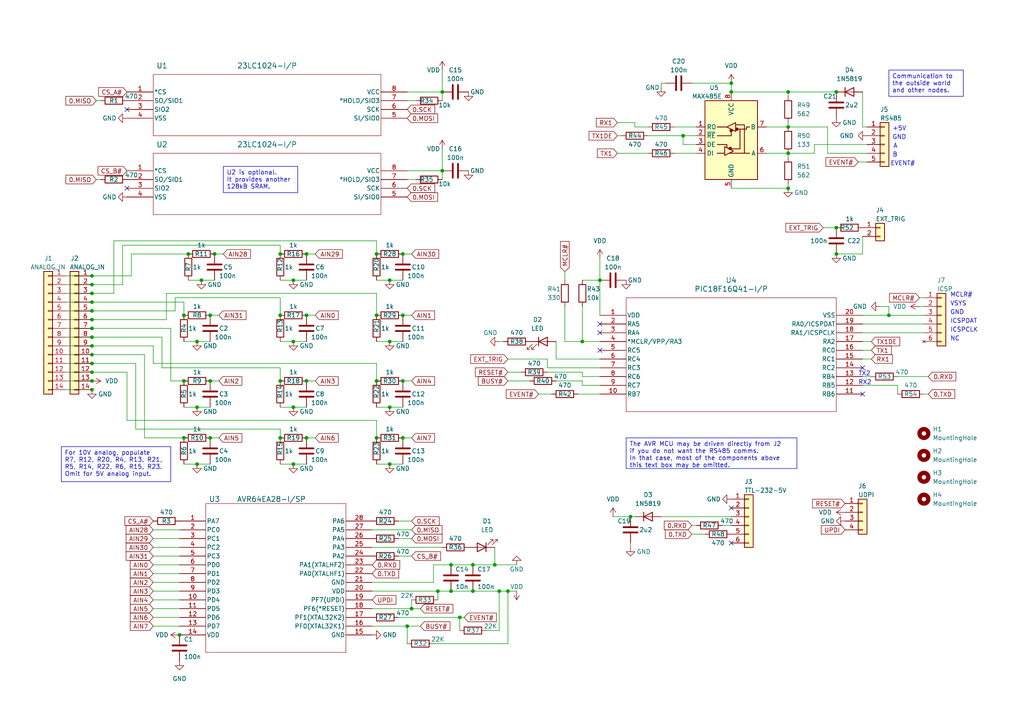
<source format=kicad_sch>
(kicad_sch (version 20230121) (generator eeschema)
  (paper "A4")
  (title_block (title "AVR-EDAQ-NODE-1") (date "2023-12-18") (rev "0.1") (comment 1 "Peter J."))
  (junction (at 109.22 110.49))
  (junction (at 26.67 113.03))
  (junction (at 62.23 73.66))
  (junction (at 119.38 176.53))
  (junction (at 137.16 171.45))
  (junction (at 81.28 127))
  (junction (at 173.99 81.28))
  (junction (at 144.78 171.45))
  (junction (at 26.67 110.49))
  (junction (at 130.81 163.83))
  (junction (at 88.9 110.49))
  (junction (at 228.6 44.45))
  (junction (at 26.67 82.55))
  (junction (at 130.81 171.45))
  (junction (at 85.09 118.11))
  (junction (at 198.12 39.37))
  (junction (at 168.91 99.06))
  (junction (at 81.28 110.49))
  (junction (at 60.96 127))
  (junction (at 26.67 107.95))
  (junction (at 26.67 105.41))
  (junction (at 228.6 54.61))
  (junction (at 26.67 90.17))
  (junction (at 182.88 149.86))
  (junction (at 242.57 66.04))
  (junction (at 88.9 127))
  (junction (at 127 171.45))
  (junction (at 52.07 184.15))
  (junction (at 85.09 99.06))
  (junction (at 85.09 134.62))
  (junction (at 242.57 73.66))
  (junction (at 57.15 118.11))
  (junction (at 26.67 102.87))
  (junction (at 85.09 81.28))
  (junction (at 143.51 163.83))
  (junction (at 133.35 179.07))
  (junction (at 26.67 100.33))
  (junction (at 113.03 81.28))
  (junction (at 81.28 73.66))
  (junction (at 88.9 73.66))
  (junction (at 26.67 97.79))
  (junction (at 228.6 36.83))
  (junction (at 26.67 95.25))
  (junction (at 53.34 127))
  (junction (at 60.96 91.44))
  (junction (at 53.34 110.49))
  (junction (at 60.96 110.49))
  (junction (at 53.34 91.44))
  (junction (at 109.22 91.44))
  (junction (at 116.84 91.44))
  (junction (at 81.28 91.44))
  (junction (at 26.67 85.09))
  (junction (at 147.32 171.45))
  (junction (at 116.84 110.49))
  (junction (at 57.15 134.62))
  (junction (at 57.15 99.06))
  (junction (at 26.67 92.71))
  (junction (at 113.03 99.06))
  (junction (at 128.27 49.53))
  (junction (at 26.67 80.01))
  (junction (at 118.11 181.61))
  (junction (at 88.9 91.44))
  (junction (at 113.03 118.11))
  (junction (at 242.57 26.67))
  (junction (at 228.6 26.67))
  (junction (at 54.61 73.66))
  (junction (at 26.67 87.63))
  (junction (at 116.84 73.66))
  (junction (at 109.22 127))
  (junction (at 58.42 81.28))
  (junction (at 128.27 26.67))
  (junction (at 212.09 26.67))
  (junction (at 212.09 24.13))
  (junction (at 109.22 73.66))
  (junction (at 137.16 163.83))
  (junction (at 116.84 127))
  (junction (at 257.81 91.44))
  (junction (at 113.03 134.62))
  (no_connect (at 173.99 101.6))
  (no_connect (at 173.99 93.98))
  (no_connect (at 250.19 114.3))
  (no_connect (at 36.83 31.75))
  (no_connect (at 212.09 147.32))
  (no_connect (at 212.09 157.48))
  (no_connect (at 173.99 96.52))
  (no_connect (at 250.19 106.68))
  (no_connect (at 36.83 54.61))
  (wire (pts (xy 228.6 26.67) (xy 228.6 27.94)))
  (wire (pts (xy 116.84 127) (xy 119.38 127)))
  (wire (pts (xy 163.83 78.74) (xy 163.83 81.28)))
  (wire (pts (xy 88.9 73.66) (xy 91.44 73.66)))
  (wire (pts (xy 198.12 39.37) (xy 201.93 39.37)))
  (wire (pts (xy 113.03 99.06) (xy 116.84 99.06)))
  (wire (pts (xy 27.94 29.21) (xy 29.21 29.21)))
  (wire (pts (xy 35.56 71.12) (xy 81.28 71.12)))
  (wire (pts (xy 85.09 99.06) (xy 88.9 99.06)))
  (wire (pts (xy 109.22 99.06) (xy 113.03 99.06)))
  (wire (pts (xy 158.75 104.14) (xy 158.75 106.68)))
  (wire (pts (xy 41.91 102.87) (xy 41.91 127)))
  (wire (pts (xy 109.22 105.41) (xy 109.22 110.49)))
  (wire (pts (xy 19.05 92.71) (xy 26.67 92.71)))
  (wire (pts (xy 236.22 44.45) (xy 228.6 44.45)))
  (wire (pts (xy 39.37 124.46) (xy 81.28 124.46)))
  (wire (pts (xy 19.05 107.95) (xy 26.67 107.95)))
  (wire (pts (xy 44.45 181.61) (xy 52.07 181.61)))
  (wire (pts (xy 113.03 134.62) (xy 116.84 134.62)))
  (wire (pts (xy 115.57 179.07) (xy 133.35 179.07)))
  (wire (pts (xy 53.34 118.11) (xy 57.15 118.11)))
  (wire (pts (xy 118.11 181.61) (xy 118.11 186.69)))
  (wire (pts (xy 26.67 87.63) (xy 53.34 87.63)))
  (wire (pts (xy 26.67 80.01) (xy 38.1 80.01)))
  (wire (pts (xy 19.05 113.03) (xy 26.67 113.03)))
  (wire (pts (xy 161.29 104.14) (xy 173.99 104.14)))
  (wire (pts (xy 179.07 35.56) (xy 184.15 35.56)))
  (wire (pts (xy 184.15 35.56) (xy 184.15 36.83)))
  (wire (pts (xy 240.03 44.45) (xy 240.03 36.83)))
  (wire (pts (xy 147.32 171.45) (xy 144.78 171.45)))
  (wire (pts (xy 266.7 88.9) (xy 267.97 88.9)))
  (wire (pts (xy 144.78 171.45) (xy 144.78 182.88)))
  (wire (pts (xy 19.05 97.79) (xy 26.67 97.79)))
  (wire (pts (xy 238.76 66.04) (xy 242.57 66.04)))
  (wire (pts (xy 19.05 110.49) (xy 26.67 110.49)))
  (wire (pts (xy 228.6 35.56) (xy 228.6 36.83)))
  (wire (pts (xy 85.09 118.11) (xy 88.9 118.11)))
  (wire (pts (xy 228.6 36.83) (xy 240.03 36.83)))
  (wire (pts (xy 44.45 166.37) (xy 52.07 166.37)))
  (wire (pts (xy 44.45 156.21) (xy 52.07 156.21)))
  (wire (pts (xy 35.56 82.55) (xy 35.56 71.12)))
  (wire (pts (xy 60.96 110.49) (xy 63.5 110.49)))
  (wire (pts (xy 250.19 91.44) (xy 257.81 91.44)))
  (wire (pts (xy 128.27 43.18) (xy 128.27 49.53)))
  (wire (pts (xy 144.78 182.88) (xy 140.97 182.88)))
  (wire (pts (xy 107.95 181.61) (xy 118.11 181.61)))
  (wire (pts (xy 250.19 109.22) (xy 252.73 109.22)))
  (wire (pts (xy 163.83 88.9) (xy 163.83 99.06)))
  (wire (pts (xy 53.34 134.62) (xy 57.15 134.62)))
  (wire (pts (xy 250.19 73.66) (xy 242.57 73.66)))
  (wire (pts (xy 49.53 95.25) (xy 49.53 110.49)))
  (wire (pts (xy 26.67 85.09) (xy 33.02 85.09)))
  (wire (pts (xy 147.32 110.49) (xy 153.67 110.49)))
  (wire (pts (xy 163.83 99.06) (xy 168.91 99.06)))
  (wire (pts (xy 200.66 154.94) (xy 204.47 154.94)))
  (wire (pts (xy 260.35 111.76) (xy 260.35 114.3)))
  (wire (pts (xy 27.94 52.07) (xy 29.21 52.07)))
  (wire (pts (xy 255.27 88.9) (xy 257.81 88.9)))
  (wire (pts (xy 228.6 44.45) (xy 228.6 45.72)))
  (wire (pts (xy 137.16 171.45) (xy 130.81 171.45)))
  (wire (pts (xy 222.25 36.83) (xy 228.6 36.83)))
  (wire (pts (xy 147.32 104.14) (xy 158.75 104.14)))
  (wire (pts (xy 257.81 91.44) (xy 267.97 91.44)))
  (wire (pts (xy 26.67 97.79) (xy 46.99 97.79)))
  (wire (pts (xy 168.91 107.95) (xy 168.91 109.22)))
  (wire (pts (xy 113.03 118.11) (xy 116.84 118.11)))
  (wire (pts (xy 130.81 171.45) (xy 127 171.45)))
  (wire (pts (xy 119.38 173.99) (xy 119.38 176.53)))
  (wire (pts (xy 167.64 114.3) (xy 173.99 114.3)))
  (wire (pts (xy 177.8 149.86) (xy 182.88 149.86)))
  (wire (pts (xy 57.15 134.62) (xy 60.96 134.62)))
  (wire (pts (xy 212.09 26.67) (xy 228.6 26.67)))
  (wire (pts (xy 228.6 26.67) (xy 242.57 26.67)))
  (wire (pts (xy 168.91 111.76) (xy 173.99 111.76)))
  (wire (pts (xy 128.27 20.32) (xy 128.27 26.67)))
  (wire (pts (xy 121.92 176.53) (xy 119.38 176.53)))
  (wire (pts (xy 125.73 186.69) (xy 147.32 186.69)))
  (wire (pts (xy 187.96 39.37) (xy 198.12 39.37)))
  (wire (pts (xy 26.67 92.71) (xy 48.26 92.71)))
  (wire (pts (xy 168.91 109.22) (xy 173.99 109.22)))
  (wire (pts (xy 118.11 26.67) (xy 128.27 26.67)))
  (wire (pts (xy 81.28 99.06) (xy 85.09 99.06)))
  (wire (pts (xy 53.34 87.63) (xy 53.34 91.44)))
  (wire (pts (xy 49.53 110.49) (xy 53.34 110.49)))
  (wire (pts (xy 85.09 134.62) (xy 88.9 134.62)))
  (wire (pts (xy 19.05 80.01) (xy 26.67 80.01)))
  (wire (pts (xy 156.21 114.3) (xy 160.02 114.3)))
  (wire (pts (xy 250.19 36.83) (xy 250.19 26.67)))
  (wire (pts (xy 130.81 163.83) (xy 137.16 163.83)))
  (wire (pts (xy 26.67 102.87) (xy 41.91 102.87)))
  (wire (pts (xy 118.11 181.61) (xy 121.92 181.61)))
  (wire (pts (xy 267.97 114.3) (xy 269.24 114.3)))
  (wire (pts (xy 266.7 86.36) (xy 267.97 86.36)))
  (wire (pts (xy 109.22 118.11) (xy 113.03 118.11)))
  (wire (pts (xy 81.28 86.36) (xy 81.28 91.44)))
  (wire (pts (xy 88.9 91.44) (xy 91.44 91.44)))
  (wire (pts (xy 26.67 100.33) (xy 44.45 100.33)))
  (wire (pts (xy 158.75 106.68) (xy 173.99 106.68)))
  (wire (pts (xy 44.45 179.07) (xy 52.07 179.07)))
  (wire (pts (xy 19.05 85.09) (xy 26.67 85.09)))
  (wire (pts (xy 19.05 105.41) (xy 26.67 105.41)))
  (wire (pts (xy 212.09 54.61) (xy 228.6 54.61)))
  (wire (pts (xy 195.58 44.45) (xy 201.93 44.45)))
  (wire (pts (xy 260.35 109.22) (xy 269.24 109.22)))
  (wire (pts (xy 168.91 99.06) (xy 173.99 99.06)))
  (wire (pts (xy 41.91 127) (xy 53.34 127)))
  (wire (pts (xy 133.35 179.07) (xy 133.35 182.88)))
  (wire (pts (xy 19.05 100.33) (xy 26.67 100.33)))
  (wire (pts (xy 228.6 53.34) (xy 228.6 54.61)))
  (wire (pts (xy 58.42 81.28) (xy 62.23 81.28)))
  (wire (pts (xy 62.23 73.66) (xy 64.77 73.66)))
  (wire (pts (xy 48.26 85.09) (xy 109.22 85.09)))
  (wire (pts (xy 118.11 29.21) (xy 120.65 29.21)))
  (wire (pts (xy 48.26 92.71) (xy 48.26 85.09)))
  (wire (pts (xy 191.77 149.86) (xy 212.09 149.86)))
  (wire (pts (xy 88.9 127) (xy 91.44 127)))
  (wire (pts (xy 33.02 69.85) (xy 109.22 69.85)))
  (wire (pts (xy 88.9 110.49) (xy 91.44 110.49)))
  (wire (pts (xy 173.99 74.93) (xy 173.99 81.28)))
  (wire (pts (xy 236.22 41.91) (xy 236.22 44.45)))
  (wire (pts (xy 115.57 151.13) (xy 119.38 151.13)))
  (wire (pts (xy 173.99 81.28) (xy 173.99 91.44)))
  (wire (pts (xy 19.05 95.25) (xy 26.67 95.25)))
  (wire (pts (xy 250.19 101.6) (xy 252.73 101.6)))
  (wire (pts (xy 57.15 99.06) (xy 60.96 99.06)))
  (wire (pts (xy 44.45 176.53) (xy 52.07 176.53)))
  (wire (pts (xy 147.32 107.95) (xy 151.13 107.95)))
  (wire (pts (xy 116.84 91.44) (xy 119.38 91.44)))
  (wire (pts (xy 168.91 81.28) (xy 173.99 81.28)))
  (wire (pts (xy 54.61 81.28) (xy 58.42 81.28)))
  (wire (pts (xy 144.78 99.06) (xy 146.05 99.06)))
  (wire (pts (xy 195.58 36.83) (xy 201.93 36.83)))
  (wire (pts (xy 81.28 81.28) (xy 85.09 81.28)))
  (wire (pts (xy 19.05 102.87) (xy 26.67 102.87)))
  (wire (pts (xy 251.46 41.91) (xy 236.22 41.91)))
  (wire (pts (xy 182.88 157.48) (xy 182.88 158.75)))
  (wire (pts (xy 26.67 107.95) (xy 36.83 107.95)))
  (wire (pts (xy 81.28 106.68) (xy 81.28 110.49)))
  (wire (pts (xy 50.8 90.17) (xy 50.8 86.36)))
  (wire (pts (xy 57.15 118.11) (xy 60.96 118.11)))
  (wire (pts (xy 107.95 153.67) (xy 119.38 153.67)))
  (wire (pts (xy 168.91 110.49) (xy 168.91 111.76)))
  (wire (pts (xy 26.67 95.25) (xy 49.53 95.25)))
  (wire (pts (xy 228.6 44.45) (xy 222.25 44.45)))
  (wire (pts (xy 118.11 49.53) (xy 128.27 49.53)))
  (wire (pts (xy 119.38 176.53) (xy 107.95 176.53)))
  (wire (pts (xy 44.45 158.75) (xy 52.07 158.75)))
  (wire (pts (xy 128.27 158.75) (xy 107.95 158.75)))
  (wire (pts (xy 143.51 163.83) (xy 149.86 163.83)))
  (wire (pts (xy 115.57 156.21) (xy 119.38 156.21)))
  (wire (pts (xy 250.19 111.76) (xy 260.35 111.76)))
  (wire (pts (xy 161.29 99.06) (xy 161.29 104.14)))
  (wire (pts (xy 125.73 163.83) (xy 130.81 163.83)))
  (wire (pts (xy 137.16 163.83) (xy 143.51 163.83)))
  (wire (pts (xy 161.29 110.49) (xy 168.91 110.49)))
  (wire (pts (xy 198.12 41.91) (xy 198.12 39.37)))
  (wire (pts (xy 212.09 24.13) (xy 212.09 26.67)))
  (wire (pts (xy 44.45 105.41) (xy 109.22 105.41)))
  (wire (pts (xy 38.1 80.01) (xy 38.1 73.66)))
  (wire (pts (xy 44.45 153.67) (xy 52.07 153.67)))
  (wire (pts (xy 60.96 127) (xy 63.5 127)))
  (wire (pts (xy 26.67 82.55) (xy 35.56 82.55)))
  (wire (pts (xy 144.78 171.45) (xy 137.16 171.45)))
  (wire (pts (xy 115.57 161.29) (xy 119.38 161.29)))
  (wire (pts (xy 128.27 26.67) (xy 128.27 29.21)))
  (wire (pts (xy 200.66 24.13) (xy 212.09 24.13)))
  (wire (pts (xy 193.04 24.13) (xy 191.77 24.13)))
  (wire (pts (xy 248.92 46.99) (xy 251.46 46.99)))
  (wire (pts (xy 251.46 36.83) (xy 250.19 36.83)))
  (wire (pts (xy 257.81 88.9) (xy 257.81 91.44)))
  (wire (pts (xy 36.83 121.92) (xy 109.22 121.92)))
  (wire (pts (xy 109.22 69.85) (xy 109.22 73.66)))
  (wire (pts (xy 191.77 24.13) (xy 191.77 25.4)))
  (wire (pts (xy 44.45 168.91) (xy 52.07 168.91)))
  (wire (pts (xy 128.27 49.53) (xy 128.27 52.07)))
  (wire (pts (xy 107.95 171.45) (xy 127 171.45)))
  (wire (pts (xy 182.88 149.86) (xy 184.15 149.86)))
  (wire (pts (xy 127 171.45) (xy 127 173.99)))
  (wire (pts (xy 53.34 99.06) (xy 57.15 99.06)))
  (wire (pts (xy 38.1 73.66) (xy 54.61 73.66)))
  (wire (pts (xy 19.05 90.17) (xy 26.67 90.17)))
  (wire (pts (xy 33.02 85.09) (xy 33.02 69.85)))
  (wire (pts (xy 158.75 107.95) (xy 168.91 107.95)))
  (wire (pts (xy 19.05 87.63) (xy 26.67 87.63)))
  (wire (pts (xy 250.19 93.98) (xy 267.97 93.98)))
  (wire (pts (xy 81.28 124.46) (xy 81.28 127)))
  (wire (pts (xy 116.84 110.49) (xy 119.38 110.49)))
  (wire (pts (xy 44.45 161.29) (xy 52.07 161.29)))
  (wire (pts (xy 250.19 96.52) (xy 267.97 96.52)))
  (wire (pts (xy 109.22 81.28) (xy 113.03 81.28)))
  (wire (pts (xy 44.45 173.99) (xy 52.07 173.99)))
  (wire (pts (xy 116.84 73.66) (xy 119.38 73.66)))
  (wire (pts (xy 26.67 105.41) (xy 39.37 105.41)))
  (wire (pts (xy 109.22 121.92) (xy 109.22 127)))
  (wire (pts (xy 201.93 41.91) (xy 198.12 41.91)))
  (wire (pts (xy 109.22 85.09) (xy 109.22 91.44)))
  (wire (pts (xy 133.35 179.07) (xy 134.62 179.07)))
  (wire (pts (xy 81.28 118.11) (xy 85.09 118.11)))
  (wire (pts (xy 81.28 71.12) (xy 81.28 73.66)))
  (wire (pts (xy 113.03 81.28) (xy 116.84 81.28)))
  (wire (pts (xy 143.51 158.75) (xy 143.51 163.83)))
  (wire (pts (xy 109.22 134.62) (xy 113.03 134.62)))
  (wire (pts (xy 46.99 106.68) (xy 81.28 106.68)))
  (wire (pts (xy 250.19 68.58) (xy 250.19 73.66)))
  (wire (pts (xy 81.28 134.62) (xy 85.09 134.62)))
  (wire (pts (xy 179.07 44.45) (xy 187.96 44.45)))
  (wire (pts (xy 44.45 163.83) (xy 52.07 163.83)))
  (wire (pts (xy 209.55 152.4) (xy 212.09 152.4)))
  (wire (pts (xy 26.67 90.17) (xy 50.8 90.17)))
  (wire (pts (xy 50.8 86.36) (xy 81.28 86.36)))
  (wire (pts (xy 240.03 44.45) (xy 251.46 44.45)))
  (wire (pts (xy 250.19 99.06) (xy 252.73 99.06)))
  (wire (pts (xy 250.19 104.14) (xy 252.73 104.14)))
  (wire (pts (xy 46.99 97.79) (xy 46.99 106.68)))
  (wire (pts (xy 184.15 36.83) (xy 187.96 36.83)))
  (wire (pts (xy 149.86 171.45) (xy 147.32 171.45)))
  (wire (pts (xy 19.05 82.55) (xy 26.67 82.55)))
  (wire (pts (xy 44.45 100.33) (xy 44.45 105.41)))
  (wire (pts (xy 125.73 163.83) (xy 125.73 168.91)))
  (wire (pts (xy 168.91 88.9) (xy 168.91 99.06)))
  (wire (pts (xy 39.37 105.41) (xy 39.37 124.46)))
  (wire (pts (xy 44.45 171.45) (xy 52.07 171.45)))
  (wire (pts (xy 118.11 52.07) (xy 120.65 52.07)))
  (wire (pts (xy 60.96 91.44) (xy 63.5 91.44)))
  (wire (pts (xy 179.07 39.37) (xy 180.34 39.37)))
  (wire (pts (xy 85.09 81.28) (xy 88.9 81.28)))
  (wire (pts (xy 125.73 168.91) (xy 107.95 168.91)))
  (wire (pts (xy 147.32 186.69) (xy 147.32 171.45)))
  (wire (pts (xy 36.83 107.95) (xy 36.83 121.92)))
  (wire (pts (xy 200.66 152.4) (xy 201.93 152.4)))
  (text_box "The AVR MCU may be driven directly from J2\nif you do not want the RS485 comms.\nIn that case, most of the components above\nthis text box may be omitted." (at 181.61 127 0) (size 49.53 8.89) (effects (font (size 1.27 1.27)) (justify left top)))
  (text_box "U2 is optional.\nIt provides another\n128kB SRAM." (at 64.77 48.26 0) (size 21.59 7.62) (effects (font (size 1.27 1.27)) (justify left top)))
  (text_box "Communication to\nthe outside world\nand other nodes." (at 257.81 20.32 0) (size 21.59 7.62) (effects (font (size 1.27 1.27)) (justify left top)))
  (text_box "For 10V analog, populate\nR7, R12, R20, R4, R13, R21,\nR5, R14, R22, R6, R15, R23.\nOmit for 5V analog input." (at 17.78 129.54 0) (size 31.75 10.16) (effects (font (size 1.27 1.27)) (justify left top)))
  (text "A" (at 260.35 43.18 0) (effects (font (size 1.27 1.27)) (justify right bottom)))
  (text "MCLR#" (at 275.59 86.36 0) (effects (font (size 1.27 1.27)) (justify left bottom)))
  (text "ICSPDAT" (at 275.59 93.98 0) (effects (font (size 1.27 1.27)) (justify left bottom)))
  (text "VSYS\n" (at 275.59 88.9 0) (effects (font (size 1.27 1.27)) (justify left bottom)))
  (text "+5V" (at 262.89 38.1 0) (effects (font (size 1.27 1.27)) (justify right bottom)))
  (text "B" (at 260.35 45.72 0) (effects (font (size 1.27 1.27)) (justify right bottom)))
  (text "RX2" (at 248.92 111.76 0) (effects (font (size 1.27 1.27)) (justify left bottom)))
  (text "NC" (at 275.59 99.06 0) (effects (font (size 1.27 1.27)) (justify left bottom)))
  (text "TX2" (at 248.92 109.22 0) (effects (font (size 1.27 1.27)) (justify left bottom)))
  (text "GND" (at 262.89 40.64 0) (effects (font (size 1.27 1.27)) (justify right bottom)))
  (text "GND" (at 275.59 91.44 0) (effects (font (size 1.27 1.27)) (justify left bottom)))
  (text "ICSPCLK" (at 275.59 96.52 0) (effects (font (size 1.27 1.27)) (justify left bottom)))
  (text "EVENT#" (at 265.43 48.26 0) (effects (font (size 1.27 1.27)) (justify right bottom)))
  (global_label "TX1DE" (shape input) (at 179.07 39.37 180) (property "Intersheetrefs" "${INTERSHEET_REFS}" (effects hide)))
  (global_label "AIN3" (shape input) (at 44.45 171.45 180) (property "Intersheetrefs" "${INTERSHEET_REFS}" (effects hide)))
  (global_label "AIN5" (shape input) (at 44.45 176.53 180) (property "Intersheetrefs" "${INTERSHEET_REFS}" (effects hide)))
  (global_label "EVENT#" (shape input) (at 156.21 114.3 180) (property "Intersheetrefs" "${INTERSHEET_REFS}" (effects hide)))
  (global_label "AIN30" (shape input) (at 119.38 73.66 0) (property "Intersheetrefs" "${INTERSHEET_REFS}" (effects hide)))
  (global_label "AIN28" (shape input) (at 64.77 73.66 0) (property "Intersheetrefs" "${INTERSHEET_REFS}" (effects hide)))
  (global_label "AIN6" (shape input) (at 44.45 179.07 180) (property "Intersheetrefs" "${INTERSHEET_REFS}" (effects hide)))
  (global_label "BUSY#" (shape input) (at 147.32 110.49 180) (property "Intersheetrefs" "${INTERSHEET_REFS}" (effects hide)))
  (global_label "MCLR#" (shape input) (at 266.7 86.36 180) (property "Intersheetrefs" "${INTERSHEET_REFS}" (effects hide)))
  (global_label "0.MISO" (shape input) (at 27.94 29.21 180) (property "Intersheetrefs" "${INTERSHEET_REFS}" (effects hide)))
  (global_label "EXT_TRIG" (shape input) (at 238.76 66.04 180) (property "Intersheetrefs" "${INTERSHEET_REFS}" (effects hide)))
  (global_label "AIN1" (shape input) (at 44.45 166.37 180) (property "Intersheetrefs" "${INTERSHEET_REFS}" (effects hide)))
  (global_label "UPDI" (shape input) (at 245.11 153.67 180) (property "Intersheetrefs" "${INTERSHEET_REFS}" (effects hide)))
  (global_label "CS_B#" (shape input) (at 119.38 161.29 0) (property "Intersheetrefs" "${INTERSHEET_REFS}" (effects hide)))
  (global_label "0.MISO" (shape input) (at 119.38 153.67 0) (property "Intersheetrefs" "${INTERSHEET_REFS}" (effects hide)))
  (global_label "AIN2" (shape input) (at 44.45 168.91 180) (property "Intersheetrefs" "${INTERSHEET_REFS}" (effects hide)))
  (global_label "AIN5" (shape input) (at 63.5 127 0) (property "Intersheetrefs" "${INTERSHEET_REFS}" (effects hide)))
  (global_label "TX1" (shape input) (at 252.73 101.6 0) (property "Intersheetrefs" "${INTERSHEET_REFS}" (effects hide)))
  (global_label "CS_B#" (shape input) (at 36.83 49.53 180) (property "Intersheetrefs" "${INTERSHEET_REFS}" (effects hide)))
  (global_label "AIN7" (shape input) (at 44.45 181.61 180) (property "Intersheetrefs" "${INTERSHEET_REFS}" (effects hide)))
  (global_label "TX1" (shape input) (at 179.07 44.45 180) (property "Intersheetrefs" "${INTERSHEET_REFS}" (effects hide)))
  (global_label "0.RXD" (shape input) (at 107.95 163.83 0) (property "Intersheetrefs" "${INTERSHEET_REFS}" (effects hide)))
  (global_label "AIN0" (shape input) (at 91.44 91.44 0) (property "Intersheetrefs" "${INTERSHEET_REFS}" (effects hide)))
  (global_label "MCLR#" (shape input) (at 163.83 78.74 90) (property "Intersheetrefs" "${INTERSHEET_REFS}" (effects hide)))
  (global_label "EVENT#" (shape input) (at 134.62 179.07 0) (property "Intersheetrefs" "${INTERSHEET_REFS}" (effects hide)))
  (global_label "RESET#" (shape input) (at 245.11 146.05 180) (property "Intersheetrefs" "${INTERSHEET_REFS}" (effects hide)))
  (global_label "AIN30" (shape input) (at 44.45 158.75 180) (property "Intersheetrefs" "${INTERSHEET_REFS}" (effects hide)))
  (global_label "AIN28" (shape input) (at 44.45 153.67 180) (property "Intersheetrefs" "${INTERSHEET_REFS}" (effects hide)))
  (global_label "BUSY#" (shape input) (at 121.92 181.61 0) (property "Intersheetrefs" "${INTERSHEET_REFS}" (effects hide)))
  (global_label "RX1" (shape input) (at 252.73 104.14 0) (property "Intersheetrefs" "${INTERSHEET_REFS}" (effects hide)))
  (global_label "TX1DE" (shape input) (at 252.73 99.06 0) (property "Intersheetrefs" "${INTERSHEET_REFS}" (effects hide)))
  (global_label "AIN3" (shape input) (at 91.44 110.49 0) (property "Intersheetrefs" "${INTERSHEET_REFS}" (effects hide)))
  (global_label "0.MOSI" (shape input) (at 119.38 156.21 0) (property "Intersheetrefs" "${INTERSHEET_REFS}" (effects hide)))
  (global_label "AIN7" (shape input) (at 119.38 127 0) (property "Intersheetrefs" "${INTERSHEET_REFS}" (effects hide)))
  (global_label "AIN6" (shape input) (at 91.44 127 0) (property "Intersheetrefs" "${INTERSHEET_REFS}" (effects hide)))
  (global_label "AIN1" (shape input) (at 119.38 91.44 0) (property "Intersheetrefs" "${INTERSHEET_REFS}" (effects hide)))
  (global_label "AIN0" (shape input) (at 44.45 163.83 180) (property "Intersheetrefs" "${INTERSHEET_REFS}" (effects hide)))
  (global_label "RX1" (shape input) (at 179.07 35.56 180) (property "Intersheetrefs" "${INTERSHEET_REFS}" (effects hide)))
  (global_label "0.TXD" (shape input) (at 269.24 114.3 0) (property "Intersheetrefs" "${INTERSHEET_REFS}" (effects hide)))
  (global_label "CS_A#" (shape input) (at 44.45 151.13 180) (property "Intersheetrefs" "${INTERSHEET_REFS}" (effects hide)))
  (global_label "EXT_TRIG" (shape input) (at 147.32 104.14 180) (property "Intersheetrefs" "${INTERSHEET_REFS}" (effects hide)))
  (global_label "AIN31" (shape input) (at 63.5 91.44 0) (property "Intersheetrefs" "${INTERSHEET_REFS}" (effects hide)))
  (global_label "UPDI" (shape input) (at 107.95 173.99 0) (property "Intersheetrefs" "${INTERSHEET_REFS}" (effects hide)))
  (global_label "AIN2" (shape input) (at 63.5 110.49 0) (property "Intersheetrefs" "${INTERSHEET_REFS}" (effects hide)))
  (global_label "0.RXD" (shape input) (at 269.24 109.22 0) (property "Intersheetrefs" "${INTERSHEET_REFS}" (effects hide)))
  (global_label "AIN29" (shape input) (at 91.44 73.66 0) (property "Intersheetrefs" "${INTERSHEET_REFS}" (effects hide)))
  (global_label "0.SCK" (shape input) (at 119.38 151.13 0) (property "Intersheetrefs" "${INTERSHEET_REFS}" (effects hide)))
  (global_label "0.MOSI" (shape input) (at 118.11 34.29 0) (property "Intersheetrefs" "${INTERSHEET_REFS}" (effects hide)))
  (global_label "0.RXD" (shape input) (at 200.66 152.4 180) (property "Intersheetrefs" "${INTERSHEET_REFS}" (effects hide)))
  (global_label "RESET#" (shape input) (at 147.32 107.95 180) (property "Intersheetrefs" "${INTERSHEET_REFS}" (effects hide)))
  (global_label "0.TXD" (shape input) (at 200.66 154.94 180) (property "Intersheetrefs" "${INTERSHEET_REFS}" (effects hide)))
  (global_label "AIN4" (shape input) (at 44.45 173.99 180) (property "Intersheetrefs" "${INTERSHEET_REFS}" (effects hide)))
  (global_label "EVENT#" (shape input) (at 248.92 46.99 180) (property "Intersheetrefs" "${INTERSHEET_REFS}" (effects hide)))
  (global_label "CS_A#" (shape input) (at 36.83 26.67 180) (property "Intersheetrefs" "${INTERSHEET_REFS}" (effects hide)))
  (global_label "0.SCK" (shape input) (at 118.11 31.75 0) (property "Intersheetrefs" "${INTERSHEET_REFS}" (effects hide)))
  (global_label "0.SCK" (shape input) (at 118.11 54.61 0) (property "Intersheetrefs" "${INTERSHEET_REFS}" (effects hide)))
  (global_label "AIN31" (shape input) (at 44.45 161.29 180) (property "Intersheetrefs" "${INTERSHEET_REFS}" (effects hide)))
  (global_label "AIN4" (shape input) (at 119.38 110.49 0) (property "Intersheetrefs" "${INTERSHEET_REFS}" (effects hide)))
  (global_label "RESET#" (shape input) (at 121.92 176.53 0) (property "Intersheetrefs" "${INTERSHEET_REFS}" (effects hide)))
  (global_label "0.TXD" (shape input) (at 107.95 166.37 0) (property "Intersheetrefs" "${INTERSHEET_REFS}" (effects hide)))
  (global_label "AIN29" (shape input) (at 44.45 156.21 180) (property "Intersheetrefs" "${INTERSHEET_REFS}" (effects hide)))
  (global_label "0.MISO" (shape input) (at 27.94 52.07 180) (property "Intersheetrefs" "${INTERSHEET_REFS}" (effects hide)))
  (global_label "0.MOSI" (shape input) (at 118.11 57.15 0) (property "Intersheetrefs" "${INTERSHEET_REFS}" (effects hide)))
  (symbol (lib_id "power:VDD") (at 245.11 148.59 90) (unit 1)
    (property "Reference" "#PWR038" (effects hide))
    (property "Value" "VDD" (at 241.3 148.59 90) (effects (justify left)))
  )
  (symbol (lib_name "R_1") (lib_id "Device:R") (at 113.03 73.66 90) (unit 1)
    (property "Reference" "R28" (at 113.03 73.66 90))
    (property "Value" "1k" (at 113.03 71.12 90))
    (property "Footprint" "Resistor_THT:R_Axial_DIN0207_L6.3mm_D2.5mm_P10.16mm_Horizontal" (effects hide))
  )
  (symbol (lib_id "power:GND") (at 85.09 81.28 0) (unit 1)
    (property "Reference" "#PWR011" (effects hide))
    (property "Value" "GND" (at 88.9 82.55 0))
  )
  (symbol (lib_id "Device:R") (at 256.54 109.22 90) (unit 1)
    (property "Reference" "R53" (at 256.54 109.22 90))
    (property "Value" "470" (at 261.62 107.95 90))
    (property "Footprint" "Resistor_THT:R_Axial_DIN0207_L6.3mm_D2.5mm_P10.16mm_Horizontal" (effects hide))
  )
  (symbol (lib_id "power:VDD") (at 128.27 20.32 0) (unit 1)
    (property "Reference" "#PWR020" (effects hide))
    (property "Value" "VDD" (at 125.73 20.32 0))
  )
  (symbol (lib_name "R_1") (lib_id "Device:R") (at 81.28 114.3 0) (unit 1)
    (property "Reference" "R14" (at 81.28 115.57 90) (effects (justify left)))
    (property "Value" "1k" (at 82.55 114.3 0) (effects (justify left)))
    (property "Footprint" "Resistor_THT:R_Axial_DIN0207_L6.3mm_D2.5mm_P10.16mm_Horizontal" (effects hide))
  )
  (symbol (lib_id "Device:R") (at 154.94 107.95 90) (unit 1)
    (property "Reference" "R39" (at 154.94 107.95 90))
    (property "Value" "470" (at 154.94 105.41 90))
    (property "Footprint" "Resistor_THT:R_Axial_DIN0207_L6.3mm_D2.5mm_P10.16mm_Horizontal" (effects hide))
  )
  (symbol (lib_name "R_1") (lib_id "Device:R") (at 113.03 110.49 90) (unit 1)
    (property "Reference" "R30" (at 113.03 110.49 90))
    (property "Value" "1k" (at 113.03 107.95 90))
    (property "Footprint" "Resistor_THT:R_Axial_DIN0207_L6.3mm_D2.5mm_P10.16mm_Horizontal" (effects hide))
  )
  (symbol (lib_name "R_1") (lib_id "Device:R") (at 109.22 77.47 0) (unit 1)
    (property "Reference" "R20" (at 109.22 78.74 90) (effects (justify left)))
    (property "Value" "1k" (at 110.49 77.47 0) (effects (justify left)))
    (property "Footprint" "Resistor_THT:R_Axial_DIN0207_L6.3mm_D2.5mm_P10.16mm_Horizontal" (effects hide))
  )
  (symbol (lib_id "power:GND") (at 52.07 191.77 0) (unit 1)
    (property "Reference" "#PWR06" (effects hide))
    (property "Value" "GND" (at 52.07 196.85 0))
  )
  (symbol (lib_name "C_1") (lib_id "Device:C") (at 132.08 49.53 90) (unit 1)
    (property "Reference" "C16" (at 132.08 43.18 90))
    (property "Value" "100n" (at 132.08 45.72 90))
    (property "Footprint" "Capacitor_THT:C_Disc_D4.7mm_W2.5mm_P5.00mm" (effects hide))
  )
  (symbol (lib_name "R_1") (lib_id "Device:R") (at 81.28 95.25 0) (unit 1)
    (property "Reference" "R13" (at 81.28 96.52 90) (effects (justify left)))
    (property "Value" "1k" (at 82.55 95.25 0) (effects (justify left)))
    (property "Footprint" "Resistor_THT:R_Axial_DIN0207_L6.3mm_D2.5mm_P10.16mm_Horizontal" (effects hide))
  )
  (symbol (lib_name "R_7") (lib_id "Device:R") (at 123.19 173.99 90) (unit 1)
    (property "Reference" "R33" (at 123.19 173.99 90))
    (property "Value" "22K" (at 118.11 172.72 90))
    (property "Footprint" "Resistor_THT:R_Axial_DIN0207_L6.3mm_D2.5mm_P10.16mm_Horizontal" (effects hide))
  )
  (symbol (lib_name "R_5") (lib_id "Device:R") (at 163.83 85.09 180) (unit 1)
    (property "Reference" "R41" (at 158.75 83.82 0) (effects (justify right)))
    (property "Value" "330" (at 158.75 86.36 0) (effects (justify right)))
    (property "Footprint" "Resistor_THT:R_Axial_DIN0207_L6.3mm_D2.5mm_P10.16mm_Horizontal" (effects hide))
  )
  (symbol (lib_name "R_1") (lib_id "Device:R") (at 57.15 91.44 90) (unit 1)
    (property "Reference" "R8" (at 57.15 91.44 90))
    (property "Value" "1k" (at 57.15 88.9 90))
    (property "Footprint" "Resistor_THT:R_Axial_DIN0207_L6.3mm_D2.5mm_P10.16mm_Horizontal" (effects hide))
  )
  (symbol (lib_id "Mechanical:MountingHole") (at 267.97 138.43 0) (unit 1)
    (property "Reference" "H3" (at 270.51 137.16 0) (effects (justify left)))
    (property "Value" "MountingHole" (at 270.51 139.7 0) (effects (justify left)))
    (property "Footprint" "MountingHole:MountingHole_3.2mm_M3" (effects hide))
  )
  (symbol (lib_id "power:GND") (at 242.57 73.66 0) (unit 1)
    (property "Reference" "#PWR036" (effects hide))
    (property "Value" "GND" (at 246.38 74.93 0))
  )
  (symbol (lib_name "R_1") (lib_id "Device:R") (at 85.09 110.49 90) (unit 1)
    (property "Reference" "R18" (at 85.09 110.49 90))
    (property "Value" "1k" (at 85.09 107.95 90))
    (property "Footprint" "Resistor_THT:R_Axial_DIN0207_L6.3mm_D2.5mm_P10.16mm_Horizontal" (effects hide))
  )
  (symbol (lib_id "power:GND") (at 113.03 99.06 0) (unit 1)
    (property "Reference" "#PWR017" (effects hide))
    (property "Value" "GND" (at 116.84 100.33 0))
  )
  (symbol (lib_name "C_3") (lib_id "Device:C") (at 242.57 30.48 0) (unit 1)
    (property "Reference" "C21" (at 238.76 27.94 0) (effects (justify left)))
    (property "Value" "2u2" (at 245.11 30.48 0) (effects (justify left)))
    (property "Footprint" "Capacitor_THT:C_Disc_D4.7mm_W2.5mm_P5.00mm" (effects hide))
  )
  (symbol (lib_id "Device:R") (at 149.86 99.06 90) (unit 1)
    (property "Reference" "R38" (at 149.86 99.06 90))
    (property "Value" "470" (at 149.86 96.52 90))
    (property "Footprint" "Resistor_THT:R_Axial_DIN0207_L6.3mm_D2.5mm_P10.16mm_Horizontal" (effects hide))
  )
  (symbol (lib_id "New_Library:PIC18F16Q41-I_P") (at 173.99 91.44 0) (unit 1)
    (property "Reference" "U4" (at 212.09 81.28 0) (effects (font (size 1.524 1.524))))
    (property "Value" "PIC18F16Q41-I/P" (at 212.09 83.82 0) (effects (font (size 1.524 1.524))))
    (property "Footprint" "Package_DIP:DIP-20_W7.62mm" (effects hide))
    (property "Datasheet" "PIC18F16Q41-I/P" (effects hide))
  )
  (symbol (lib_id "power:GND") (at 251.46 39.37 270) (unit 1)
    (property "Reference" "#PWR037" (effects hide))
    (property "Value" "GND" (at 247.65 39.37 90) (effects (justify right)))
  )
  (symbol (lib_id "power:GND") (at 113.03 118.11 0) (unit 1)
    (property "Reference" "#PWR018" (effects hide))
    (property "Value" "GND" (at 116.84 119.38 0))
  )
  (symbol (lib_id "Device:C") (at 116.84 77.47 0) (unit 1)
    (property "Reference" "C10" (at 119.38 77.47 0) (effects (justify left)))
    (property "Value" "100n" (at 118.11 80.01 0) (effects (justify left)))
    (property "Footprint" "Capacitor_THT:C_Disc_D4.7mm_W2.5mm_P5.00mm" (effects hide))
  )
  (symbol (lib_name "1N4001_1") (lib_id "Diode:1N4001") (at 246.38 26.67 0) (unit 1)
    (property "Reference" "D4" (at 246.38 20.32 0))
    (property "Value" "1N5819" (at 246.38 22.86 0))
    (property "Footprint" "Diode_THT:D_DO-41_SOD81_P10.16mm_Horizontal" (effects hide))
    (property "Datasheet" "http://www.vishay.com/docs/88503/1n4001.pdf" (effects hide))
    (property "Sim.Device" "D" (effects hide))
    (property "Sim.Pins" "1=K 2=A" (effects hide))
  )
  (symbol (lib_id "Device:R") (at 33.02 52.07 90) (unit 1)
    (property "Reference" "R2" (at 33.02 52.07 90))
    (property "Value" "470" (at 38.1 50.8 90))
    (property "Footprint" "Resistor_THT:R_Axial_DIN0207_L6.3mm_D2.5mm_P10.16mm_Horizontal" (effects hide))
  )
  (symbol (lib_id "Device:R") (at 157.48 110.49 90) (unit 1)
    (property "Reference" "R40" (at 157.48 110.49 90))
    (property "Value" "470" (at 162.56 109.22 90))
    (property "Footprint" "Resistor_THT:R_Axial_DIN0207_L6.3mm_D2.5mm_P10.16mm_Horizontal" (effects hide))
  )
  (symbol (lib_id "Device:LED") (at 139.7 158.75 180) (unit 1)
    (property "Reference" "D1" (at 141.2875 151.13 0))
    (property "Value" "LED" (at 141.2875 153.67 0))
    (property "Footprint" "LED_THT:LED_D3.0mm" (effects hide))
  )
  (symbol (lib_id "Device:R") (at 111.76 156.21 90) (unit 1)
    (property "Reference" "R25" (at 111.76 156.21 90))
    (property "Value" "470" (at 116.84 154.94 90))
    (property "Footprint" "Resistor_THT:R_Axial_DIN0207_L6.3mm_D2.5mm_P10.16mm_Horizontal" (effects hide))
  )
  (symbol (lib_id "Device:R") (at 208.28 154.94 90) (unit 1)
    (property "Reference" "R48" (at 208.28 154.94 90))
    (property "Value" "470" (at 208.28 157.48 90))
    (property "Footprint" "Resistor_THT:R_Axial_DIN0207_L6.3mm_D2.5mm_P10.16mm_Horizontal" (effects hide))
  )
  (symbol (lib_id "Device:R") (at 191.77 36.83 90) (unit 1)
    (property "Reference" "R45" (at 191.77 36.83 90))
    (property "Value" "470" (at 191.77 34.29 90))
    (property "Footprint" "Resistor_THT:R_Axial_DIN0207_L6.3mm_D2.5mm_P10.16mm_Horizontal" (effects hide))
  )
  (symbol (lib_name "R_1") (lib_id "Device:R") (at 85.09 73.66 90) (unit 1)
    (property "Reference" "R16" (at 85.09 73.66 90))
    (property "Value" "1k" (at 85.09 71.12 90))
    (property "Footprint" "Resistor_THT:R_Axial_DIN0207_L6.3mm_D2.5mm_P10.16mm_Horizontal" (effects hide))
  )
  (symbol (lib_id "power:GND") (at 181.61 81.28 0) (unit 1)
    (property "Reference" "#PWR029" (effects hide))
    (property "Value" "GND" (at 184.15 81.28 0))
  )
  (symbol (lib_id "Device:C") (at 60.96 95.25 0) (unit 1)
    (property "Reference" "C2" (at 63.5 95.25 0) (effects (justify left)))
    (property "Value" "100n" (at 62.23 97.79 0) (effects (justify left)))
    (property "Footprint" "Capacitor_THT:C_Disc_D4.7mm_W2.5mm_P5.00mm" (effects hide))
  )
  (symbol (lib_id "Connector_Generic:Conn_01x02") (at 255.27 66.04 0) (unit 1)
    (property "Reference" "J4" (at 254 60.96 0) (effects (justify left)))
    (property "Value" "EXT_TRIG" (at 254 63.5 0) (effects (justify left)))
    (property "Footprint" "Connector_PinHeader_2.54mm:PinHeader_1x02_P2.54mm_Vertical" (effects hide))
  )
  (symbol (lib_id "power:GND") (at 36.83 34.29 270) (unit 1)
    (property "Reference" "#PWR03" (effects hide))
    (property "Value" "GND" (at 31.75 34.29 90))
  )
  (symbol (lib_name "C_4") (lib_id "Device:C") (at 130.81 167.64 0) (unit 1)
    (property "Reference" "C14" (at 132.08 165.1 0) (effects (justify left)))
    (property "Value" "10n" (at 132.08 170.18 0) (effects (justify left)))
    (property "Footprint" "Capacitor_THT:C_Disc_D4.7mm_W2.5mm_P5.00mm" (effects hide))
  )
  (symbol (lib_name "R_1") (lib_id "Device:R") (at 109.22 95.25 0) (unit 1)
    (property "Reference" "R21" (at 109.22 96.52 90) (effects (justify left)))
    (property "Value" "1k" (at 110.49 95.25 0) (effects (justify left)))
    (property "Footprint" "Resistor_THT:R_Axial_DIN0207_L6.3mm_D2.5mm_P10.16mm_Horizontal" (effects hide))
  )
  (symbol (lib_id "power:VDD") (at 128.27 43.18 0) (unit 1)
    (property "Reference" "#PWR021" (effects hide))
    (property "Value" "VDD" (at 125.73 43.18 0))
  )
  (symbol (lib_name "R_6") (lib_id "Device:R") (at 168.91 85.09 0) (unit 1)
    (property "Reference" "R43" (at 170.18 83.82 0) (effects (justify left)))
    (property "Value" "10k" (at 170.18 86.36 0) (effects (justify left)))
    (property "Footprint" "Resistor_THT:R_Axial_DIN0207_L6.3mm_D2.5mm_P10.16mm_Horizontal" (effects hide))
  )
  (symbol (lib_name "R_2") (lib_id "Device:R") (at 228.6 31.75 0) (unit 1)
    (property "Reference" "R49" (at 231.14 30.48 0) (effects (justify left)))
    (property "Value" "562" (at 231.14 33.02 0) (effects (justify left)))
    (property "Footprint" "Resistor_THT:R_Axial_DIN0207_L6.3mm_D2.5mm_P10.16mm_Horizontal" (effects hide))
  )
  (symbol (lib_name "R_1") (lib_id "Device:R") (at 113.03 127 90) (unit 1)
    (property "Reference" "R31" (at 113.03 127 90))
    (property "Value" "1k" (at 113.03 124.46 90))
    (property "Footprint" "Resistor_THT:R_Axial_DIN0207_L6.3mm_D2.5mm_P10.16mm_Horizontal" (effects hide))
  )
  (symbol (lib_name "R_6") (lib_id "Device:R") (at 124.46 29.21 90) (unit 1)
    (property "Reference" "R34" (at 125.73 29.21 90) (effects (justify left)))
    (property "Value" "10k" (at 130.81 30.48 90) (effects (justify left)))
    (property "Footprint" "Resistor_THT:R_Axial_DIN0207_L6.3mm_D2.5mm_P10.16mm_Horizontal" (effects hide))
  )
  (symbol (lib_name "C_1") (lib_id "Device:C") (at 196.85 24.13 90) (unit 1)
    (property "Reference" "C20" (at 196.85 17.78 90))
    (property "Value" "100n" (at 196.85 20.32 90))
    (property "Footprint" "Capacitor_THT:C_Disc_D4.7mm_W2.5mm_P5.00mm" (effects hide))
  )
  (symbol (lib_id "New_Library:AVR64EA28-I_SP") (at 52.07 151.13 0) (unit 1)
    (property "Reference" "U3" (at 62.23 144.78 0) (effects (font (size 1.524 1.524))))
    (property "Value" "AVR64EA28-I/SP" (at 78.74 144.78 0) (effects (font (size 1.524 1.524))))
    (property "Footprint" "Package_DIP:DIP-28_W7.62mm" (effects hide))
    (property "Datasheet" "AVR64EA28-I/SP" (effects hide))
  )
  (symbol (lib_name "C_5") (lib_id "Device:C") (at 52.07 187.96 0) (unit 1)
    (property "Reference" "C1" (at 53.34 185.42 0) (effects (justify left)))
    (property "Value" "100n" (at 53.34 190.5 0) (effects (justify left)))
    (property "Footprint" "Capacitor_THT:C_Disc_D4.7mm_W2.5mm_P5.00mm" (effects hide))
  )
  (symbol (lib_id "New_Library:23LC1024-I_P") (at 36.83 26.67 0) (unit 1)
    (property "Reference" "U1" (at 46.99 19.05 0) (effects (font (size 1.524 1.524))))
    (property "Value" "23LC1024-I/P" (at 77.47 19.05 0) (effects (font (size 1.524 1.524))))
    (property "Footprint" "Package_DIP:DIP-8_W7.62mm" (effects hide))
    (property "Datasheet" "23LC1024-I/P" (effects hide))
  )
  (symbol (lib_name "C_1") (lib_id "Device:C") (at 132.08 26.67 90) (unit 1)
    (property "Reference" "C15" (at 132.08 20.32 90))
    (property "Value" "100n" (at 132.08 22.86 90))
    (property "Footprint" "Capacitor_THT:C_Disc_D4.7mm_W2.5mm_P5.00mm" (effects hide))
  )
  (symbol (lib_id "Device:C") (at 62.23 77.47 0) (unit 1)
    (property "Reference" "C5" (at 64.77 77.47 0) (effects (justify left)))
    (property "Value" "100n" (at 63.5 80.01 0) (effects (justify left)))
    (property "Footprint" "Capacitor_THT:C_Disc_D4.7mm_W2.5mm_P5.00mm" (effects hide))
  )
  (symbol (lib_name "R_1") (lib_id "Device:R") (at 85.09 127 90) (unit 1)
    (property "Reference" "R19" (at 85.09 127 90))
    (property "Value" "1k" (at 85.09 124.46 90))
    (property "Footprint" "Resistor_THT:R_Axial_DIN0207_L6.3mm_D2.5mm_P10.16mm_Horizontal" (effects hide))
  )
  (symbol (lib_id "Device:R") (at 111.76 179.07 90) (unit 1)
    (property "Reference" "R27" (at 111.76 179.07 90))
    (property "Value" "470" (at 116.84 177.8 90))
    (property "Footprint" "Resistor_THT:R_Axial_DIN0207_L6.3mm_D2.5mm_P10.16mm_Horizontal" (effects hide))
  )
  (symbol (lib_id "Mechanical:MountingHole") (at 267.97 144.78 0) (unit 1)
    (property "Reference" "H4" (at 270.51 143.51 0) (effects (justify left)))
    (property "Value" "MountingHole" (at 270.51 146.05 0) (effects (justify left)))
    (property "Footprint" "MountingHole:MountingHole_3.2mm_M3" (effects hide))
  )
  (symbol (lib_name "R_7") (lib_id "Device:R") (at 121.92 186.69 270) (unit 1)
    (property "Reference" "R32" (at 121.92 186.69 90))
    (property "Value" "22K" (at 127 185.42 90))
    (property "Footprint" "Resistor_THT:R_Axial_DIN0207_L6.3mm_D2.5mm_P10.16mm_Horizontal" (effects hide))
  )
  (symbol (lib_id "Device:C") (at 116.84 114.3 0) (unit 1)
    (property "Reference" "C12" (at 119.38 114.3 0) (effects (justify left)))
    (property "Value" "100n" (at 118.11 116.84 0) (effects (justify left)))
    (property "Footprint" "Capacitor_THT:C_Disc_D4.7mm_W2.5mm_P5.00mm" (effects hide))
  )
  (symbol (lib_id "New_Library:MAX485E") (at 212.09 39.37 0) (unit 1)
    (property "Reference" "U5" (at 205.74 25.4 0) (effects (justify left)))
    (property "Value" "MAX485E" (at 200.66 27.94 0) (effects (justify left)))
    (property "Footprint" "Package_DIP:DIP-8_W7.62mm" (effects hide))
    (property "Datasheet" "https://datasheets.maximintegrated.com/en/ds/MAX1487E-MAX491E.pdf" (effects hide))
  )
  (symbol (lib_name "R_1") (lib_id "Device:R") (at 53.34 95.25 0) (unit 1)
    (property "Reference" "R4" (at 53.34 96.52 90) (effects (justify left)))
    (property "Value" "1k" (at 54.61 95.25 0) (effects (justify left)))
    (property "Footprint" "Resistor_THT:R_Axial_DIN0207_L6.3mm_D2.5mm_P10.16mm_Horizontal" (effects hide))
  )
  (symbol (lib_id "power:GND") (at 58.42 81.28 0) (unit 1)
    (property "Reference" "#PWR010" (effects hide))
    (property "Value" "GND" (at 62.23 82.55 0))
  )
  (symbol (lib_id "power:GND") (at 57.15 134.62 0) (unit 1)
    (property "Reference" "#PWR09" (effects hide))
    (property "Value" "GND" (at 60.96 135.89 0))
  )
  (symbol (lib_id "power:GND") (at 85.09 118.11 0) (unit 1)
    (property "Reference" "#PWR013" (effects hide))
    (property "Value" "GND" (at 88.9 119.38 0))
  )
  (symbol (lib_id "Device:C") (at 88.9 95.25 0) (unit 1)
    (property "Reference" "C7" (at 91.44 95.25 0) (effects (justify left)))
    (property "Value" "100n" (at 90.17 97.79 0) (effects (justify left)))
    (property "Footprint" "Capacitor_THT:C_Disc_D4.7mm_W2.5mm_P5.00mm" (effects hide))
  )
  (symbol (lib_id "power:VDD") (at 177.8 149.86 0) (unit 1)
    (property "Reference" "#PWR028" (effects hide))
    (property "Value" "VDD" (at 177.8 144.78 0))
  )
  (symbol (lib_id "Device:C") (at 88.9 130.81 0) (unit 1)
    (property "Reference" "C9" (at 91.44 130.81 0) (effects (justify left)))
    (property "Value" "100n" (at 90.17 133.35 0) (effects (justify left)))
    (property "Footprint" "Capacitor_THT:C_Disc_D4.7mm_W2.5mm_P5.00mm" (effects hide))
  )
  (symbol (lib_name "R_1") (lib_id "Device:R") (at 58.42 73.66 90) (unit 1)
    (property "Reference" "R11" (at 58.42 73.66 90))
    (property "Value" "1k" (at 58.42 71.12 90))
    (property "Footprint" "Resistor_THT:R_Axial_DIN0207_L6.3mm_D2.5mm_P10.16mm_Horizontal" (effects hide))
  )
  (symbol (lib_id "power:GND") (at 212.09 144.78 270) (unit 1)
    (property "Reference" "#PWR033" (effects hide))
    (property "Value" "GND" (at 207.01 144.78 90))
  )
  (symbol (lib_name "R_4") (lib_id "Device:R") (at 228.6 40.64 0) (unit 1)
    (property "Reference" "R50" (at 231.14 39.37 0) (effects (justify left)))
    (property "Value" "133" (at 231.14 41.91 0) (effects (justify left)))
    (property "Footprint" "Resistor_THT:R_Axial_DIN0207_L6.3mm_D2.5mm_P10.16mm_Horizontal" (effects hide))
  )
  (symbol (lib_id "Device:C") (at 88.9 114.3 0) (unit 1)
    (property "Reference" "C8" (at 91.44 114.3 0) (effects (justify left)))
    (property "Value" "100n" (at 90.17 116.84 0) (effects (justify left)))
    (property "Footprint" "Capacitor_THT:C_Disc_D4.7mm_W2.5mm_P5.00mm" (effects hide))
  )
  (symbol (lib_name "R_1") (lib_id "Device:R") (at 53.34 130.81 0) (unit 1)
    (property "Reference" "R6" (at 53.34 132.08 90) (effects (justify left)))
    (property "Value" "1k" (at 54.61 130.81 0) (effects (justify left)))
    (property "Footprint" "Resistor_THT:R_Axial_DIN0207_L6.3mm_D2.5mm_P10.16mm_Horizontal" (effects hide))
  )
  (symbol (lib_id "power:VDD") (at 266.7 88.9 90) (unit 1)
    (property "Reference" "#PWR041" (effects hide))
    (property "Value" "VDD" (at 262.89 88.9 90) (effects (justify left)))
  )
  (symbol (lib_id "power:GND") (at 26.67 113.03 0) (unit 1)
    (property "Reference" "#PWR02" (effects hide))
    (property "Value" "GND" (at 30.48 114.3 0))
  )
  (symbol (lib_id "power:GND") (at 85.09 99.06 0) (unit 1)
    (property "Reference" "#PWR012" (effects hide))
    (property "Value" "GND" (at 88.9 100.33 0))
  )
  (symbol (lib_name "R_1") (lib_id "Device:R") (at 81.28 77.47 0) (unit 1)
    (property "Reference" "R12" (at 81.28 78.74 90) (effects (justify left)))
    (property "Value" "1k" (at 82.55 77.47 0) (effects (justify left)))
    (property "Footprint" "Resistor_THT:R_Axial_DIN0207_L6.3mm_D2.5mm_P10.16mm_Horizontal" (effects hide))
  )
  (symbol (lib_id "Device:R") (at 111.76 151.13 90) (unit 1)
    (property "Reference" "R24" (at 111.76 151.13 90))
    (property "Value" "470" (at 111.76 148.59 90))
    (property "Footprint" "Resistor_THT:R_Axial_DIN0207_L6.3mm_D2.5mm_P10.16mm_Horizontal" (effects hide))
  )
  (symbol (lib_id "power:VDD") (at 149.86 171.45 180) (unit 1)
    (property "Reference" "#PWR026" (effects hide))
    (property "Value" "VDD" (at 149.86 170.18 0))
  )
  (symbol (lib_name "R_7") (lib_id "Device:R") (at 137.16 182.88 270) (unit 1)
    (property "Reference" "R37" (at 137.16 182.88 90))
    (property "Value" "22K" (at 142.24 181.61 90))
    (property "Footprint" "Resistor_THT:R_Axial_DIN0207_L6.3mm_D2.5mm_P10.16mm_Horizontal" (effects hide))
  )
  (symbol (lib_id "Connector_Generic:Conn_01x14") (at 21.59 95.25 0) (mirror y) (unit 1)
    (property "Reference" "J2" (at 22.86 74.93 0) (effects (justify left)))
    (property "Value" "ANALOG_IN" (at 30.48 77.47 0) (effects (justify left)))
    (property "Footprint" "Connector_PinHeader_2.54mm:PinHeader_1x14_P2.54mm_Vertical" (effects hide))
  )
  (symbol (lib_id "Device:LED") (at 157.48 99.06 0) (unit 1)
    (property "Reference" "D2" (at 155.8925 92.71 0))
    (property "Value" "LED" (at 155.8925 95.25 0))
    (property "Footprint" "LED_THT:LED_D3.0mm" (effects hide))
  )
  (symbol (lib_id "power:GND") (at 135.89 26.67 0) (unit 1)
    (property "Reference" "#PWR022" (effects hide))
    (property "Value" "GND" (at 138.43 26.67 0))
  )
  (symbol (lib_id "power:GND") (at 255.27 88.9 270) (unit 1)
    (property "Reference" "#PWR040" (effects hide))
    (property "Value" "GND" (at 251.46 88.9 90) (effects (justify right)))
  )
  (symbol (lib_id "Device:R") (at 264.16 114.3 90) (unit 1)
    (property "Reference" "R54" (at 264.16 114.3 90))
    (property "Value" "470" (at 264.16 111.76 90))
    (property "Footprint" "Resistor_THT:R_Axial_DIN0207_L6.3mm_D2.5mm_P10.16mm_Horizontal" (effects hide))
  )
  (symbol (lib_id "Device:C") (at 116.84 95.25 0) (unit 1)
    (property "Reference" "C11" (at 119.38 95.25 0) (effects (justify left)))
    (property "Value" "100n" (at 118.11 97.79 0) (effects (justify left)))
    (property "Footprint" "Capacitor_THT:C_Disc_D4.7mm_W2.5mm_P5.00mm" (effects hide))
  )
  (symbol (lib_name "R_1") (lib_id "Device:R") (at 113.03 91.44 90) (unit 1)
    (property "Reference" "R29" (at 113.03 91.44 90))
    (property "Value" "1k" (at 113.03 88.9 90))
    (property "Footprint" "Resistor_THT:R_Axial_DIN0207_L6.3mm_D2.5mm_P10.16mm_Horizontal" (effects hide))
  )
  (symbol (lib_name "R_1") (lib_id "Device:R") (at 81.28 130.81 0) (unit 1)
    (property "Reference" "R15" (at 81.28 132.08 90) (effects (justify left)))
    (property "Value" "1k" (at 82.55 130.81 0) (effects (justify left)))
    (property "Footprint" "Resistor_THT:R_Axial_DIN0207_L6.3mm_D2.5mm_P10.16mm_Horizontal" (effects hide))
  )
  (symbol (lib_id "Connector_Generic:Conn_01x06") (at 217.17 149.86 0) (unit 1)
    (property "Reference" "J3" (at 215.9 139.7 0) (effects (justify left)))
    (property "Value" "TTL-232-5V" (at 215.9 142.24 0) (effects (justify left)))
    (property "Footprint" "Connector_PinHeader_2.54mm:PinHeader_1x06_P2.54mm_Vertical" (effects hide))
  )
  (symbol (lib_id "power:GND") (at 36.83 57.15 270) (unit 1)
    (property "Reference" "#PWR04" (effects hide))
    (property "Value" "GND" (at 31.75 57.15 90))
  )
  (symbol (lib_name "R_1") (lib_id "Device:R") (at 109.22 130.81 0) (unit 1)
    (property "Reference" "R23" (at 109.22 132.08 90) (effects (justify left)))
    (property "Value" "1k" (at 110.49 130.81 0) (effects (justify left)))
    (property "Footprint" "Resistor_THT:R_Axial_DIN0207_L6.3mm_D2.5mm_P10.16mm_Horizontal" (effects hide))
  )
  (symbol (lib_id "Device:R") (at 184.15 39.37 90) (unit 1)
    (property "Reference" "R44" (at 184.15 39.37 90))
    (property "Value" "470" (at 184.15 41.91 90))
    (property "Footprint" "Resistor_THT:R_Axial_DIN0207_L6.3mm_D2.5mm_P10.16mm_Horizontal" (effects hide))
  )
  (symbol (lib_id "power:GND") (at 144.78 99.06 270) (unit 1)
    (property "Reference" "#PWR024" (effects hide))
    (property "Value" "GND" (at 142.24 96.52 90))
  )
  (symbol (lib_id "power:GND") (at 57.15 99.06 0) (unit 1)
    (property "Reference" "#PWR07" (effects hide))
    (property "Value" "GND" (at 60.96 100.33 0))
  )
  (symbol (lib_name "R_1") (lib_id "Device:R") (at 246.38 66.04 90) (unit 1)
    (property "Reference" "R52" (at 247.65 66.04 90) (effects (justify left)))
    (property "Value" "1k" (at 247.65 63.5 90) (effects (justify left)))
    (property "Footprint" "Resistor_THT:R_Axial_DIN0207_L6.3mm_D2.5mm_P10.16mm_Horizontal" (effects hide))
  )
  (symbol (lib_name "1N4001_1") (lib_id "Diode:1N4001") (at 187.96 149.86 0) (unit 1)
    (property "Reference" "D3" (at 187.96 143.51 0))
    (property "Value" "1N5819" (at 187.96 146.05 0))
    (property "Footprint" "Diode_THT:D_DO-41_SOD81_P10.16mm_Horizontal" (effects hide))
    (property "Datasheet" "http://www.vishay.com/docs/88503/1n4001.pdf" (effects hide))
    (property "Sim.Device" "D" (effects hide))
    (property "Sim.Pins" "1=K 2=A" (effects hide))
  )
  (symbol (lib_id "power:GND") (at 242.57 34.29 0) (unit 1)
    (property "Reference" "#PWR035" (effects hide))
    (property "Value" "GND" (at 246.38 35.56 0))
  )
  (symbol (lib_name "R_3") (lib_id "Device:R") (at 228.6 49.53 0) (unit 1)
    (property "Reference" "R51" (at 231.14 48.26 0) (effects (justify left)))
    (property "Value" "562" (at 231.14 50.8 0) (effects (justify left)))
    (property "Footprint" "Resistor_THT:R_Axial_DIN0207_L6.3mm_D2.5mm_P10.16mm_Horizontal" (effects hide))
  )
  (symbol (lib_id "Device:R") (at 132.08 158.75 90) (unit 1)
    (property "Reference" "R36" (at 132.08 158.75 90))
    (property "Value" "470" (at 132.08 156.21 90))
    (property "Footprint" "Resistor_THT:R_Axial_DIN0207_L6.3mm_D2.5mm_P10.16mm_Horizontal" (effects hide))
  )
  (symbol (lib_id "power:VDD") (at 212.09 24.13 0) (unit 1)
    (property "Reference" "#PWR032" (effects hide))
    (property "Value" "VDD" (at 212.09 19.05 0))
  )
  (symbol (lib_id "Mechanical:MountingHole") (at 267.97 132.08 0) (unit 1)
    (property "Reference" "H2" (at 270.51 130.81 0) (effects (justify left)))
    (property "Value" "MountingHole" (at 270.51 133.35 0) (effects (justify left)))
    (property "Footprint" "MountingHole:MountingHole_3.2mm_M3" (effects hide))
  )
  (symbol (lib_id "Mechanical:MountingHole") (at 267.97 125.73 0) (unit 1)
    (property "Reference" "H1" (at 270.51 124.46 0) (effects (justify left)))
    (property "Value" "MountingHole" (at 270.51 127 0) (effects (justify left)))
    (property "Footprint" "MountingHole:MountingHole_3.2mm_M3" (effects hide))
  )
  (symbol (lib_name "R_1") (lib_id "Device:R") (at 54.61 77.47 0) (unit 1)
    (property "Reference" "R7" (at 54.61 78.74 90) (effects (justify left)))
    (property "Value" "1k" (at 55.88 77.47 0) (effects (justify left)))
    (property "Footprint" "Resistor_THT:R_Axial_DIN0207_L6.3mm_D2.5mm_P10.16mm_Horizontal" (effects hide))
  )
  (symbol (lib_name "R_1") (lib_id "Device:R") (at 57.15 110.49 90) (unit 1)
    (property "Reference" "R9" (at 57.15 110.49 90))
    (property "Value" "1k" (at 57.15 107.95 90))
    (property "Footprint" "Resistor_THT:R_Axial_DIN0207_L6.3mm_D2.5mm_P10.16mm_Horizontal" (effects hide))
  )
  (symbol (lib_id "power:GND") (at 191.77 25.4 0) (unit 1)
    (property "Reference" "#PWR031" (effects hide))
    (property "Value" "GND" (at 189.23 25.4 0))
  )
  (symbol (lib_name "Conn_01x06_1") (lib_id "Connector_Generic:Conn_01x06") (at 273.05 91.44 0) (unit 1)
    (property "Reference" "J7" (at 271.78 81.28 0) (effects (justify left)))
    (property "Value" "ICSP" (at 271.78 83.82 0) (effects (justify left)))
    (property "Footprint" "Connector_PinHeader_2.54mm:PinHeader_1x06_P2.54mm_Vertical" (effects hide))
  )
  (symbol (lib_id "power:VDD") (at 52.07 184.15 90) (unit 1)
    (property "Reference" "#PWR05" (effects hide))
    (property "Value" "VDD" (at 46.99 184.15 90))
  )
  (symbol (lib_id "power:GND") (at 113.03 81.28 0) (unit 1)
    (property "Reference" "#PWR016" (effects hide))
    (property "Value" "GND" (at 116.84 82.55 0))
  )
  (symbol (lib_name "R_1") (lib_id "Device:R") (at 57.15 127 90) (unit 1)
    (property "Reference" "R10" (at 57.15 127 90))
    (property "Value" "1k" (at 57.15 124.46 90))
    (property "Footprint" "Resistor_THT:R_Axial_DIN0207_L6.3mm_D2.5mm_P10.16mm_Horizontal" (effects hide))
  )
  (symbol (lib_id "Device:R") (at 163.83 114.3 90) (unit 1)
    (property "Reference" "R42" (at 163.83 114.3 90))
    (property "Value" "470" (at 163.83 111.76 90))
    (property "Footprint" "Resistor_THT:R_Axial_DIN0207_L6.3mm_D2.5mm_P10.16mm_Horizontal" (effects hide))
  )
  (symbol (lib_id "Connector_Generic:Conn_01x05") (at 256.54 41.91 0) (unit 1)
    (property "Reference" "J5" (at 255.27 31.75 0) (effects (justify left)))
    (property "Value" "RS485" (at 255.27 34.29 0) (effects (justify left)))
    (property "Footprint" "Connector_PinHeader_2.54mm:PinHeader_1x05_P2.54mm_Vertical" (effects hide))
  )
  (symbol (lib_name "C_2") (lib_id "Device:C") (at 242.57 69.85 0) (unit 1)
    (property "Reference" "C22" (at 247.65 69.85 0))
    (property "Value" "100n" (at 237.49 69.85 0))
    (property "Footprint" "Capacitor_THT:C_Disc_D4.7mm_W2.5mm_P5.00mm" (effects hide))
  )
  (symbol (lib_id "power:GND") (at 85.09 134.62 0) (unit 1)
    (property "Reference" "#PWR014" (effects hide))
    (property "Value" "GND" (at 88.9 135.89 0))
  )
  (symbol (lib_id "power:GND") (at 57.15 118.11 0) (unit 1)
    (property "Reference" "#PWR08" (effects hide))
    (property "Value" "GND" (at 60.96 119.38 0))
  )
  (symbol (lib_name "C_3") (lib_id "Device:C") (at 182.88 153.67 0) (unit 1)
    (property "Reference" "C19" (at 179.07 151.13 0) (effects (justify left)))
    (property "Value" "2u2" (at 185.42 153.67 0) (effects (justify left)))
    (property "Footprint" "Capacitor_THT:C_Disc_D4.7mm_W2.5mm_P5.00mm" (effects hide))
  )
  (symbol (lib_name "R_1") (lib_id "Device:R") (at 85.09 91.44 90) (unit 1)
    (property "Reference" "R17" (at 85.09 91.44 90))
    (property "Value" "1k" (at 85.09 88.9 90))
    (property "Footprint" "Resistor_THT:R_Axial_DIN0207_L6.3mm_D2.5mm_P10.16mm_Horizontal" (effects hide))
  )
  (symbol (lib_name "R_1") (lib_id "Device:R") (at 109.22 114.3 0) (unit 1)
    (property "Reference" "R22" (at 109.22 115.57 90) (effects (justify left)))
    (property "Value" "1k" (at 110.49 114.3 0) (effects (justify left)))
    (property "Footprint" "Resistor_THT:R_Axial_DIN0207_L6.3mm_D2.5mm_P10.16mm_Horizontal" (effects hide))
  )
  (symbol (lib_id "Device:R") (at 191.77 44.45 90) (unit 1)
    (property "Reference" "R46" (at 191.77 44.45 90))
    (property "Value" "470" (at 191.77 41.91 90))
    (property "Footprint" "Resistor_THT:R_Axial_DIN0207_L6.3mm_D2.5mm_P10.16mm_Horizontal" (effects hide))
  )
  (symbol (lib_id "Device:C") (at 116.84 130.81 0) (unit 1)
    (property "Reference" "C13" (at 119.38 130.81 0) (effects (justify left)))
    (property "Value" "100n" (at 118.11 133.35 0) (effects (justify left)))
    (property "Footprint" "Capacitor_THT:C_Disc_D4.7mm_W2.5mm_P5.00mm" (effects hide))
  )
  (symbol (lib_id "Device:R") (at 33.02 29.21 90) (unit 1)
    (property "Reference" "R1" (at 33.02 29.21 90))
    (property "Value" "470" (at 38.1 27.94 90))
    (property "Footprint" "Resistor_THT:R_Axial_DIN0207_L6.3mm_D2.5mm_P10.16mm_Horizontal" (effects hide))
  )
  (symbol (lib_id "power:GND") (at 228.6 54.61 0) (unit 1)
    (property "Reference" "#PWR034" (effects hide))
    (property "Value" "GND" (at 232.41 55.88 0))
  )
  (symbol (lib_name "R_1") (lib_id "Device:R") (at 53.34 114.3 0) (unit 1)
    (property "Reference" "R5" (at 53.34 115.57 90) (effects (justify left)))
    (property "Value" "1k" (at 54.61 114.3 0) (effects (justify left)))
    (property "Footprint" "Resistor_THT:R_Axial_DIN0207_L6.3mm_D2.5mm_P10.16mm_Horizontal" (effects hide))
  )
  (symbol (lib_id "Device:R") (at 111.76 161.29 90) (unit 1)
    (property "Reference" "R26" (at 111.76 161.29 90))
    (property "Value" "470" (at 116.84 160.02 90))
    (property "Footprint" "Resistor_THT:R_Axial_DIN0207_L6.3mm_D2.5mm_P10.16mm_Horizontal" (effects hide))
  )
  (symbol (lib_name "C_5") (lib_id "Device:C") (at 137.16 167.64 0) (unit 1)
    (property "Reference" "C17" (at 138.43 165.1 0) (effects (justify left)))
    (property "Value" "100n" (at 138.43 170.18 0) (effects (justify left)))
    (property "Footprint" "Capacitor_THT:C_Disc_D4.7mm_W2.5mm_P5.00mm" (effects hide))
  )
  (symbol (lib_id "power:GND") (at 107.95 184.15 90) (unit 1)
    (property "Reference" "#PWR015" (effects hide))
    (property "Value" "GND" (at 113.03 184.15 90))
  )
  (symbol (lib_id "Device:R") (at 205.74 152.4 90) (unit 1)
    (property "Reference" "R47" (at 205.74 152.4 90))
    (property "Value" "470" (at 210.82 151.13 90))
    (property "Footprint" "Resistor_THT:R_Axial_DIN0207_L6.3mm_D2.5mm_P10.16mm_Horizontal" (effects hide))
  )
  (symbol (lib_id "power:GND") (at 135.89 49.53 0) (unit 1)
    (property "Reference" "#PWR023" (effects hide))
    (property "Value" "GND" (at 138.43 49.53 0))
  )
  (symbol (lib_id "power:VDD") (at 26.67 110.49 270) (unit 1)
    (property "Reference" "#PWR01" (effects hide))
    (property "Value" "VDD" (at 30.48 110.49 90) (effects (justify left)))
  )
  (symbol (lib_name "Conn_01x04_1") (lib_id "Connector_Generic:Conn_01x04") (at 250.19 148.59 0) (unit 1)
    (property "Reference" "J6" (at 248.92 140.97 0) (effects (justify left)))
    (property "Value" "UDPI" (at 248.92 143.51 0) (effects (justify left)))
    (property "Footprint" "Connector_PinHeader_2.54mm:PinHeader_1x04_P2.54mm_Vertical" (effects hide))
  )
  (symbol (lib_id "Device:R") (at 48.26 151.13 90) (unit 1)
    (property "Reference" "R3" (at 48.26 151.13 90))
    (property "Value" "470" (at 48.26 148.59 90))
    (property "Footprint" "Resistor_THT:R_Axial_DIN0207_L6.3mm_D2.5mm_P10.16mm_Horizontal" (effects hide))
  )
  (symbol (lib_id "Device:C") (at 60.96 130.81 0) (unit 1)
    (property "Reference" "C4" (at 63.5 130.81 0) (effects (justify left)))
    (property "Value" "100n" (at 62.23 133.35 0) (effects (justify left)))
    (property "Footprint" "Capacitor_THT:C_Disc_D4.7mm_W2.5mm_P5.00mm" (effects hide))
  )
  (symbol (lib_id "power:GND") (at 182.88 158.75 0) (unit 1)
    (property "Reference" "#PWR030" (effects hide))
    (property "Value" "GND" (at 186.69 160.02 0))
  )
  (symbol (lib_id "Device:C") (at 60.96 114.3 0) (unit 1)
    (property "Reference" "C3" (at 63.5 114.3 0) (effects (justify left)))
    (property "Value" "100n" (at 62.23 116.84 0) (effects (justify left)))
    (property "Footprint" "Capacitor_THT:C_Disc_D4.7mm_W2.5mm_P5.00mm" (effects hide))
  )
  (symbol (lib_id "power:GND") (at 245.11 151.13 270) (unit 1)
    (property "Reference" "#PWR039" (effects hide))
    (property "Value" "GND" (at 240.03 151.13 90))
  )
  (symbol (lib_id "New_Library:23LC1024-I_P") (at 36.83 49.53 0) (unit 1)
    (property "Reference" "U2" (at 46.99 41.91 0) (effects (font (size 1.524 1.524))))
    (property "Value" "23LC1024-I/P" (at 77.47 41.91 0) (effects (font (size 1.524 1.524))))
    (property "Footprint" "Package_DIP:DIP-8_W7.62mm" (effects hide))
    (property "Datasheet" "23LC1024-I/P" (effects hide))
  )
  (symbol (lib_id "power:GND") (at 113.03 134.62 0) (unit 1)
    (property "Reference" "#PWR019" (effects hide))
    (property "Value" "GND" (at 116.84 135.89 0))
  )
  (symbol (lib_id "Device:C") (at 88.9 77.47 0) (unit 1)
    (property "Reference" "C6" (at 91.44 77.47 0) (effects (justify left)))
    (property "Value" "100n" (at 90.17 80.01 0) (effects (justify left)))
    (property "Footprint" "Capacitor_THT:C_Disc_D4.7mm_W2.5mm_P5.00mm" (effects hide))
  )
  (symbol (lib_id "power:GND") (at 149.86 163.83 180) (unit 1)
    (property "Reference" "#PWR025" (effects hide))
    (property "Value" "GND" (at 149.86 165.1 0))
  )
  (symbol (lib_name "C_1") (lib_id "Device:C") (at 177.8 81.28 90) (unit 1)
    (property "Reference" "C18" (at 177.8 74.93 90))
    (property "Value" "100n" (at 177.8 77.47 90))
    (property "Footprint" "Capacitor_THT:C_Disc_D4.7mm_W2.5mm_P5.00mm" (effects hide))
  )
  (symbol (lib_id "Connector_Generic:Conn_01x14") (at 13.97 95.25 0) (mirror y) (unit 1)
    (property "Reference" "J1" (at 15.24 74.93 0) (effects (justify left)))
    (property "Value" "ANALOG_IN" (at 19.05 77.47 0) (effects (justify left)))
    (property "Footprint" "Connector_PinHeader_2.54mm:PinHeader_1x14_P2.54mm_Vertical" (effects hide))
  )
  (symbol (lib_name "R_6") (lib_id "Device:R") (at 124.46 52.07 90) (unit 1)
    (property "Reference" "R35" (at 125.73 52.07 90) (effects (justify left)))
    (property "Value" "10k" (at 130.81 53.34 90) (effects (justify left)))
    (property "Footprint" "Resistor_THT:R_Axial_DIN0207_L6.3mm_D2.5mm_P10.16mm_Horizontal" (effects hide))
  )
  (symbol (lib_id "power:VDD") (at 173.99 74.93 0) (unit 1)
    (property "Reference" "#PWR027" (effects hide))
    (property "Value" "VDD" (at 173.99 69.85 0))
  )
)
</source>
